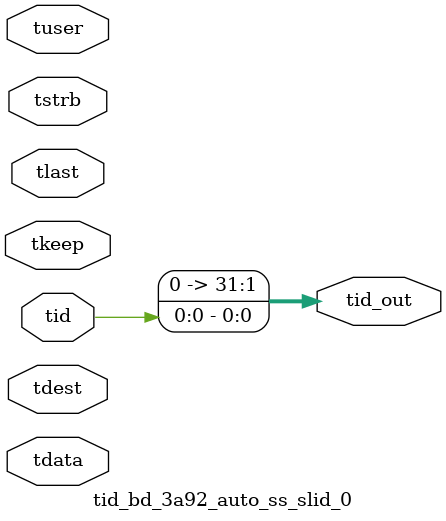
<source format=v>


`timescale 1ps/1ps

module tid_bd_3a92_auto_ss_slid_0 #
(
parameter C_S_AXIS_TID_WIDTH   = 1,
parameter C_S_AXIS_TUSER_WIDTH = 0,
parameter C_S_AXIS_TDATA_WIDTH = 0,
parameter C_S_AXIS_TDEST_WIDTH = 0,
parameter C_M_AXIS_TID_WIDTH   = 32
)
(
input  [(C_S_AXIS_TID_WIDTH   == 0 ? 1 : C_S_AXIS_TID_WIDTH)-1:0       ] tid,
input  [(C_S_AXIS_TDATA_WIDTH == 0 ? 1 : C_S_AXIS_TDATA_WIDTH)-1:0     ] tdata,
input  [(C_S_AXIS_TUSER_WIDTH == 0 ? 1 : C_S_AXIS_TUSER_WIDTH)-1:0     ] tuser,
input  [(C_S_AXIS_TDEST_WIDTH == 0 ? 1 : C_S_AXIS_TDEST_WIDTH)-1:0     ] tdest,
input  [(C_S_AXIS_TDATA_WIDTH/8)-1:0 ] tkeep,
input  [(C_S_AXIS_TDATA_WIDTH/8)-1:0 ] tstrb,
input                                                                    tlast,
output [(C_M_AXIS_TID_WIDTH   == 0 ? 1 : C_M_AXIS_TID_WIDTH)-1:0       ] tid_out
);

assign tid_out = {tid[0:0]};

endmodule


</source>
